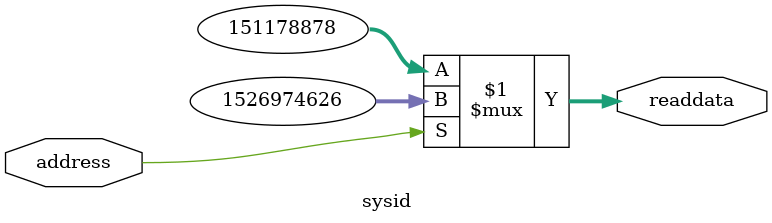
<source format=v>

`timescale 1ns / 1ps
// synthesis translate_on

// turn off superfluous verilog processor warnings 
// altera message_level Level1 
// altera message_off 10034 10035 10036 10037 10230 10240 10030 

module sysid (
               // inputs:
                address,

               // outputs:
                readdata
             )
;

  output  [ 31: 0] readdata;
  input            address;

  wire    [ 31: 0] readdata;
  //control_slave, which is an e_avalon_slave
  assign readdata = address ? 1526974626 : 151178878;

endmodule


</source>
